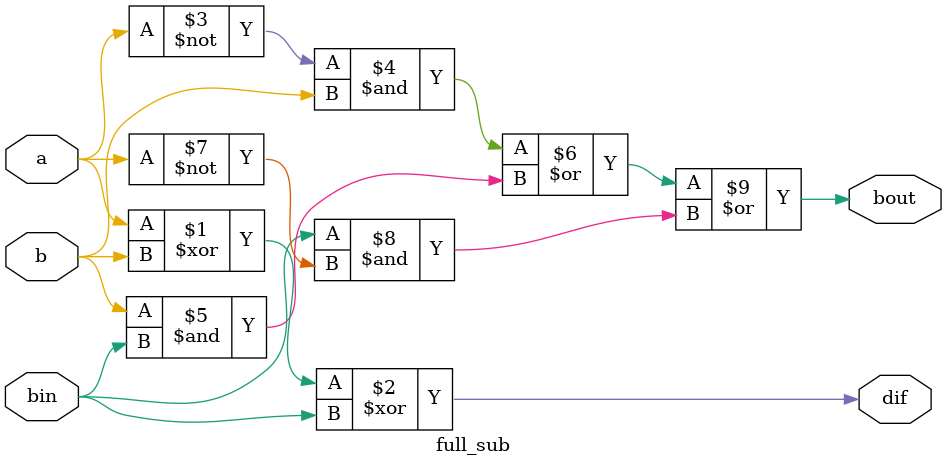
<source format=v>
`timescale 1ns / 1ps

module full_sub(dif,bout,a,b,bin);
	output dif,bout;
	input a,b,bin;

	assign dif = a ^ b ^ bin;
	assign bout = ((~a) & b) | (b & bin) | (bin & (~a));


endmodule

</source>
